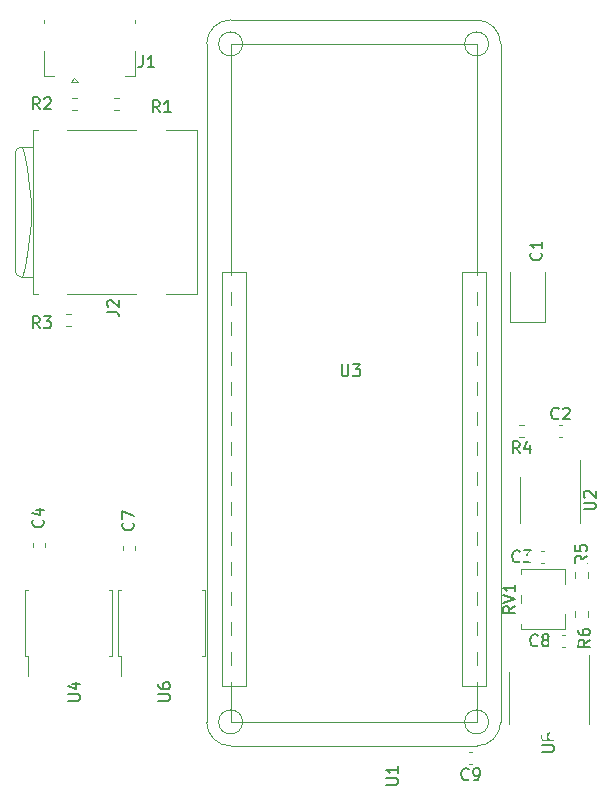
<source format=gto>
G04 #@! TF.GenerationSoftware,KiCad,Pcbnew,(5.1.10)-1*
G04 #@! TF.CreationDate,2022-08-09T16:59:48+02:00*
G04 #@! TF.ProjectId,gbCartridge,67624361-7274-4726-9964-67652e6b6963,rev?*
G04 #@! TF.SameCoordinates,Original*
G04 #@! TF.FileFunction,Legend,Top*
G04 #@! TF.FilePolarity,Positive*
%FSLAX46Y46*%
G04 Gerber Fmt 4.6, Leading zero omitted, Abs format (unit mm)*
G04 Created by KiCad (PCBNEW (5.1.10)-1) date 2022-08-09 16:59:48*
%MOMM*%
%LPD*%
G01*
G04 APERTURE LIST*
%ADD10C,0.120000*%
%ADD11C,0.150000*%
%ADD12C,1.524000*%
%ADD13R,1.600000X1.300000*%
%ADD14R,1.600000X2.000000*%
%ADD15R,1.500000X0.800000*%
%ADD16R,2.000000X1.450000*%
%ADD17R,0.875000X1.900000*%
%ADD18R,2.900000X1.900000*%
%ADD19R,0.400000X1.350000*%
%ADD20O,1.000000X1.900000*%
%ADD21O,1.050000X1.250000*%
%ADD22R,1.400000X6.000000*%
%ADD23R,1.000000X6.000000*%
G04 APERTURE END LIST*
D10*
X131558000Y-122094000D02*
X131558000Y-117884000D01*
X128538000Y-122094000D02*
X131558000Y-122094000D01*
X128538000Y-117884000D02*
X128538000Y-122094000D01*
X128441000Y-153924000D02*
X128441000Y-156124000D01*
X128441000Y-153924000D02*
X128441000Y-151724000D01*
X135211000Y-153924000D02*
X135211000Y-156124000D01*
X135211000Y-153924000D02*
X135211000Y-150324000D01*
X102770000Y-147574000D02*
X102770000Y-144814000D01*
X102770000Y-144814000D02*
X102495000Y-144814000D01*
X102770000Y-147574000D02*
X102770000Y-150334000D01*
X102770000Y-150334000D02*
X102495000Y-150334000D01*
X95350000Y-147574000D02*
X95350000Y-144814000D01*
X95350000Y-144814000D02*
X95625000Y-144814000D01*
X95350000Y-147574000D02*
X95350000Y-150334000D01*
X95350000Y-150334000D02*
X95625000Y-150334000D01*
X95625000Y-150334000D02*
X95625000Y-152024000D01*
X94896000Y-147574000D02*
X94896000Y-144814000D01*
X94896000Y-144814000D02*
X94621000Y-144814000D01*
X94896000Y-147574000D02*
X94896000Y-150334000D01*
X94896000Y-150334000D02*
X94621000Y-150334000D01*
X87476000Y-147574000D02*
X87476000Y-144814000D01*
X87476000Y-144814000D02*
X87751000Y-144814000D01*
X87476000Y-147574000D02*
X87476000Y-150334000D01*
X87476000Y-150334000D02*
X87751000Y-150334000D01*
X87751000Y-150334000D02*
X87751000Y-152024000D01*
X125730000Y-157988000D02*
X104902000Y-157988000D01*
X102870000Y-155956000D02*
X102870000Y-98552000D01*
X104902000Y-96520000D02*
X125730000Y-96520000D01*
X127762000Y-98552000D02*
X127762000Y-155956000D01*
X105918000Y-155956000D02*
G75*
G03*
X105918000Y-155956000I-1016000J0D01*
G01*
X126746000Y-155956000D02*
G75*
G03*
X126746000Y-155956000I-1016000J0D01*
G01*
X126746000Y-98552000D02*
G75*
G03*
X126746000Y-98552000I-1016000J0D01*
G01*
X105918000Y-98552000D02*
G75*
G03*
X105918000Y-98552000I-1016000J0D01*
G01*
X104902000Y-98552000D02*
X125730000Y-98552000D01*
X125730000Y-98552000D02*
X125730000Y-155956000D01*
X125730000Y-155956000D02*
X104902000Y-155956000D01*
X104902000Y-155956000D02*
X104902000Y-98552000D01*
X104140000Y-152908000D02*
X106172000Y-152908000D01*
X106172000Y-152908000D02*
X106172000Y-117856000D01*
X106172000Y-117856000D02*
X104140000Y-117856000D01*
X104140000Y-117856000D02*
X104140000Y-152908000D01*
X124460000Y-117856000D02*
X126492000Y-117856000D01*
X126492000Y-117856000D02*
X126492000Y-152908000D01*
X126492000Y-152908000D02*
X124460000Y-152908000D01*
X124460000Y-152908000D02*
X124460000Y-117856000D01*
X127762000Y-155956000D02*
G75*
G02*
X125730000Y-157988000I-2032000J0D01*
G01*
X102870000Y-98552000D02*
G75*
G02*
X104902000Y-96520000I2032000J0D01*
G01*
X104902000Y-157988000D02*
G75*
G02*
X102870000Y-155956000I0J2032000D01*
G01*
X125730000Y-96520000D02*
G75*
G02*
X127762000Y-98552000I0J-2032000D01*
G01*
X129393000Y-137195000D02*
X129393000Y-139145000D01*
X129393000Y-137195000D02*
X129393000Y-135245000D01*
X134513000Y-137195000D02*
X134513000Y-139145000D01*
X134513000Y-137195000D02*
X134513000Y-133745000D01*
X129448000Y-143402000D02*
X129448000Y-143022000D01*
X129448000Y-148062000D02*
X129448000Y-147682000D01*
X129448000Y-145902000D02*
X129448000Y-145182000D01*
X133188000Y-148062000D02*
X133188000Y-146782000D01*
X133188000Y-144302000D02*
X133188000Y-143022000D01*
X129448000Y-148062000D02*
X133188000Y-148062000D01*
X129448000Y-143022000D02*
X133188000Y-143022000D01*
X135142500Y-146574742D02*
X135142500Y-147049258D01*
X134097500Y-146574742D02*
X134097500Y-147049258D01*
X135142500Y-143272742D02*
X135142500Y-143747258D01*
X134097500Y-143272742D02*
X134097500Y-143747258D01*
X129777258Y-131840500D02*
X129302742Y-131840500D01*
X129777258Y-130795500D02*
X129302742Y-130795500D01*
X90948742Y-121397500D02*
X91423258Y-121397500D01*
X90948742Y-122442500D02*
X91423258Y-122442500D01*
X91456742Y-103109500D02*
X91931258Y-103109500D01*
X91456742Y-104154500D02*
X91931258Y-104154500D01*
X95487258Y-104154500D02*
X95012742Y-104154500D01*
X95487258Y-103109500D02*
X95012742Y-103109500D01*
X87370000Y-107776000D02*
X87270000Y-107276000D01*
X87670000Y-109076000D02*
X87370000Y-107776000D01*
X87870000Y-110576000D02*
X87670000Y-109076000D01*
X87970000Y-111876000D02*
X87870000Y-110576000D01*
X87970000Y-113676000D02*
X87970000Y-111876000D01*
X87870000Y-114976000D02*
X87970000Y-113676000D01*
X87770000Y-115776000D02*
X87870000Y-114976000D01*
X87470000Y-117476000D02*
X87770000Y-115776000D01*
X87270000Y-118276000D02*
X87470000Y-117476000D01*
X86670000Y-117776000D02*
X86670000Y-107776000D01*
X88170000Y-118276000D02*
X87170000Y-118276000D01*
X88170000Y-107276000D02*
X87170000Y-107276000D01*
X88170000Y-119686000D02*
X88170000Y-105866000D01*
X102090000Y-105866000D02*
X102090000Y-119686000D01*
X99390000Y-105866000D02*
X102090000Y-105866000D01*
X88170000Y-105866000D02*
X88570000Y-105866000D01*
X91090000Y-105866000D02*
X96870000Y-105866000D01*
X99390000Y-119686000D02*
X102090000Y-119686000D01*
X91090000Y-119686000D02*
X96870000Y-119686000D01*
X88170000Y-119686000D02*
X88570000Y-119686000D01*
X86670000Y-117776000D02*
G75*
G03*
X87170000Y-118276000I500000J0D01*
G01*
X87170000Y-107276000D02*
G75*
G03*
X86670000Y-107776000I0J-500000D01*
G01*
X91964000Y-101767800D02*
X91364000Y-101767800D01*
X91664000Y-101467800D02*
X91364000Y-101767800D01*
X91664000Y-101467800D02*
X91964000Y-101767800D01*
X96834000Y-101237800D02*
X95964000Y-101237800D01*
X89094000Y-101237800D02*
X89094000Y-99167800D01*
X96834000Y-101237800D02*
X96834000Y-99167800D01*
X89964000Y-101237800D02*
X89094000Y-101237800D01*
X89094000Y-96767800D02*
X89094000Y-96517800D01*
X96834000Y-96767800D02*
X96834000Y-96517800D01*
X125362580Y-159514000D02*
X125081420Y-159514000D01*
X125362580Y-158494000D02*
X125081420Y-158494000D01*
X132955420Y-148588000D02*
X133236580Y-148588000D01*
X132955420Y-149608000D02*
X133236580Y-149608000D01*
X95756000Y-141364580D02*
X95756000Y-141083420D01*
X96776000Y-141364580D02*
X96776000Y-141083420D01*
X88136000Y-141110580D02*
X88136000Y-140829420D01*
X89156000Y-141110580D02*
X89156000Y-140829420D01*
X131458580Y-142496000D02*
X131177420Y-142496000D01*
X131458580Y-141476000D02*
X131177420Y-141476000D01*
X132701420Y-130808000D02*
X132982580Y-130808000D01*
X132701420Y-131828000D02*
X132982580Y-131828000D01*
D11*
X131167142Y-116244666D02*
X131214761Y-116292285D01*
X131262380Y-116435142D01*
X131262380Y-116530380D01*
X131214761Y-116673238D01*
X131119523Y-116768476D01*
X131024285Y-116816095D01*
X130833809Y-116863714D01*
X130690952Y-116863714D01*
X130500476Y-116816095D01*
X130405238Y-116768476D01*
X130310000Y-116673238D01*
X130262380Y-116530380D01*
X130262380Y-116435142D01*
X130310000Y-116292285D01*
X130357619Y-116244666D01*
X131262380Y-115292285D02*
X131262380Y-115863714D01*
X131262380Y-115578000D02*
X130262380Y-115578000D01*
X130405238Y-115673238D01*
X130500476Y-115768476D01*
X130548095Y-115863714D01*
X131278380Y-158495904D02*
X132087904Y-158495904D01*
X132183142Y-158448285D01*
X132230761Y-158400666D01*
X132278380Y-158305428D01*
X132278380Y-158114952D01*
X132230761Y-158019714D01*
X132183142Y-157972095D01*
X132087904Y-157924476D01*
X131278380Y-157924476D01*
X131706952Y-157305428D02*
X131659333Y-157400666D01*
X131611714Y-157448285D01*
X131516476Y-157495904D01*
X131468857Y-157495904D01*
X131373619Y-157448285D01*
X131326000Y-157400666D01*
X131278380Y-157305428D01*
X131278380Y-157114952D01*
X131326000Y-157019714D01*
X131373619Y-156972095D01*
X131468857Y-156924476D01*
X131516476Y-156924476D01*
X131611714Y-156972095D01*
X131659333Y-157019714D01*
X131706952Y-157114952D01*
X131706952Y-157305428D01*
X131754571Y-157400666D01*
X131802190Y-157448285D01*
X131897428Y-157495904D01*
X132087904Y-157495904D01*
X132183142Y-157448285D01*
X132230761Y-157400666D01*
X132278380Y-157305428D01*
X132278380Y-157114952D01*
X132230761Y-157019714D01*
X132183142Y-156972095D01*
X132087904Y-156924476D01*
X131897428Y-156924476D01*
X131802190Y-156972095D01*
X131754571Y-157019714D01*
X131706952Y-157114952D01*
X98766380Y-154177904D02*
X99575904Y-154177904D01*
X99671142Y-154130285D01*
X99718761Y-154082666D01*
X99766380Y-153987428D01*
X99766380Y-153796952D01*
X99718761Y-153701714D01*
X99671142Y-153654095D01*
X99575904Y-153606476D01*
X98766380Y-153606476D01*
X98766380Y-152701714D02*
X98766380Y-152892190D01*
X98814000Y-152987428D01*
X98861619Y-153035047D01*
X99004476Y-153130285D01*
X99194952Y-153177904D01*
X99575904Y-153177904D01*
X99671142Y-153130285D01*
X99718761Y-153082666D01*
X99766380Y-152987428D01*
X99766380Y-152796952D01*
X99718761Y-152701714D01*
X99671142Y-152654095D01*
X99575904Y-152606476D01*
X99337809Y-152606476D01*
X99242571Y-152654095D01*
X99194952Y-152701714D01*
X99147333Y-152796952D01*
X99147333Y-152987428D01*
X99194952Y-153082666D01*
X99242571Y-153130285D01*
X99337809Y-153177904D01*
X91146380Y-154177904D02*
X91955904Y-154177904D01*
X92051142Y-154130285D01*
X92098761Y-154082666D01*
X92146380Y-153987428D01*
X92146380Y-153796952D01*
X92098761Y-153701714D01*
X92051142Y-153654095D01*
X91955904Y-153606476D01*
X91146380Y-153606476D01*
X91479714Y-152701714D02*
X92146380Y-152701714D01*
X91098761Y-152939809D02*
X91813047Y-153177904D01*
X91813047Y-152558857D01*
X114300095Y-125682380D02*
X114300095Y-126491904D01*
X114347714Y-126587142D01*
X114395333Y-126634761D01*
X114490571Y-126682380D01*
X114681047Y-126682380D01*
X114776285Y-126634761D01*
X114823904Y-126587142D01*
X114871523Y-126491904D01*
X114871523Y-125682380D01*
X115252476Y-125682380D02*
X115871523Y-125682380D01*
X115538190Y-126063333D01*
X115681047Y-126063333D01*
X115776285Y-126110952D01*
X115823904Y-126158571D01*
X115871523Y-126253809D01*
X115871523Y-126491904D01*
X115823904Y-126587142D01*
X115776285Y-126634761D01*
X115681047Y-126682380D01*
X115395333Y-126682380D01*
X115300095Y-126634761D01*
X115252476Y-126587142D01*
X134805380Y-137956904D02*
X135614904Y-137956904D01*
X135710142Y-137909285D01*
X135757761Y-137861666D01*
X135805380Y-137766428D01*
X135805380Y-137575952D01*
X135757761Y-137480714D01*
X135710142Y-137433095D01*
X135614904Y-137385476D01*
X134805380Y-137385476D01*
X134900619Y-136956904D02*
X134853000Y-136909285D01*
X134805380Y-136814047D01*
X134805380Y-136575952D01*
X134853000Y-136480714D01*
X134900619Y-136433095D01*
X134995857Y-136385476D01*
X135091095Y-136385476D01*
X135233952Y-136433095D01*
X135805380Y-137004523D01*
X135805380Y-136385476D01*
X128976380Y-146137238D02*
X128500190Y-146470571D01*
X128976380Y-146708666D02*
X127976380Y-146708666D01*
X127976380Y-146327714D01*
X128024000Y-146232476D01*
X128071619Y-146184857D01*
X128166857Y-146137238D01*
X128309714Y-146137238D01*
X128404952Y-146184857D01*
X128452571Y-146232476D01*
X128500190Y-146327714D01*
X128500190Y-146708666D01*
X127976380Y-145851523D02*
X128976380Y-145518190D01*
X127976380Y-145184857D01*
X128976380Y-144327714D02*
X128976380Y-144899142D01*
X128976380Y-144613428D02*
X127976380Y-144613428D01*
X128119238Y-144708666D01*
X128214476Y-144803904D01*
X128262095Y-144899142D01*
X135326380Y-149010666D02*
X134850190Y-149344000D01*
X135326380Y-149582095D02*
X134326380Y-149582095D01*
X134326380Y-149201142D01*
X134374000Y-149105904D01*
X134421619Y-149058285D01*
X134516857Y-149010666D01*
X134659714Y-149010666D01*
X134754952Y-149058285D01*
X134802571Y-149105904D01*
X134850190Y-149201142D01*
X134850190Y-149582095D01*
X134326380Y-148153523D02*
X134326380Y-148344000D01*
X134374000Y-148439238D01*
X134421619Y-148486857D01*
X134564476Y-148582095D01*
X134754952Y-148629714D01*
X135135904Y-148629714D01*
X135231142Y-148582095D01*
X135278761Y-148534476D01*
X135326380Y-148439238D01*
X135326380Y-148248761D01*
X135278761Y-148153523D01*
X135231142Y-148105904D01*
X135135904Y-148058285D01*
X134897809Y-148058285D01*
X134802571Y-148105904D01*
X134754952Y-148153523D01*
X134707333Y-148248761D01*
X134707333Y-148439238D01*
X134754952Y-148534476D01*
X134802571Y-148582095D01*
X134897809Y-148629714D01*
X135072380Y-141898666D02*
X134596190Y-142232000D01*
X135072380Y-142470095D02*
X134072380Y-142470095D01*
X134072380Y-142089142D01*
X134120000Y-141993904D01*
X134167619Y-141946285D01*
X134262857Y-141898666D01*
X134405714Y-141898666D01*
X134500952Y-141946285D01*
X134548571Y-141993904D01*
X134596190Y-142089142D01*
X134596190Y-142470095D01*
X134072380Y-140993904D02*
X134072380Y-141470095D01*
X134548571Y-141517714D01*
X134500952Y-141470095D01*
X134453333Y-141374857D01*
X134453333Y-141136761D01*
X134500952Y-141041523D01*
X134548571Y-140993904D01*
X134643809Y-140946285D01*
X134881904Y-140946285D01*
X134977142Y-140993904D01*
X135024761Y-141041523D01*
X135072380Y-141136761D01*
X135072380Y-141374857D01*
X135024761Y-141470095D01*
X134977142Y-141517714D01*
X129373333Y-133200380D02*
X129040000Y-132724190D01*
X128801904Y-133200380D02*
X128801904Y-132200380D01*
X129182857Y-132200380D01*
X129278095Y-132248000D01*
X129325714Y-132295619D01*
X129373333Y-132390857D01*
X129373333Y-132533714D01*
X129325714Y-132628952D01*
X129278095Y-132676571D01*
X129182857Y-132724190D01*
X128801904Y-132724190D01*
X130230476Y-132533714D02*
X130230476Y-133200380D01*
X129992380Y-132152761D02*
X129754285Y-132867047D01*
X130373333Y-132867047D01*
X88733333Y-122626380D02*
X88400000Y-122150190D01*
X88161904Y-122626380D02*
X88161904Y-121626380D01*
X88542857Y-121626380D01*
X88638095Y-121674000D01*
X88685714Y-121721619D01*
X88733333Y-121816857D01*
X88733333Y-121959714D01*
X88685714Y-122054952D01*
X88638095Y-122102571D01*
X88542857Y-122150190D01*
X88161904Y-122150190D01*
X89066666Y-121626380D02*
X89685714Y-121626380D01*
X89352380Y-122007333D01*
X89495238Y-122007333D01*
X89590476Y-122054952D01*
X89638095Y-122102571D01*
X89685714Y-122197809D01*
X89685714Y-122435904D01*
X89638095Y-122531142D01*
X89590476Y-122578761D01*
X89495238Y-122626380D01*
X89209523Y-122626380D01*
X89114285Y-122578761D01*
X89066666Y-122531142D01*
X88733333Y-104084380D02*
X88400000Y-103608190D01*
X88161904Y-104084380D02*
X88161904Y-103084380D01*
X88542857Y-103084380D01*
X88638095Y-103132000D01*
X88685714Y-103179619D01*
X88733333Y-103274857D01*
X88733333Y-103417714D01*
X88685714Y-103512952D01*
X88638095Y-103560571D01*
X88542857Y-103608190D01*
X88161904Y-103608190D01*
X89114285Y-103179619D02*
X89161904Y-103132000D01*
X89257142Y-103084380D01*
X89495238Y-103084380D01*
X89590476Y-103132000D01*
X89638095Y-103179619D01*
X89685714Y-103274857D01*
X89685714Y-103370095D01*
X89638095Y-103512952D01*
X89066666Y-104084380D01*
X89685714Y-104084380D01*
X98893333Y-104338380D02*
X98560000Y-103862190D01*
X98321904Y-104338380D02*
X98321904Y-103338380D01*
X98702857Y-103338380D01*
X98798095Y-103386000D01*
X98845714Y-103433619D01*
X98893333Y-103528857D01*
X98893333Y-103671714D01*
X98845714Y-103766952D01*
X98798095Y-103814571D01*
X98702857Y-103862190D01*
X98321904Y-103862190D01*
X99845714Y-104338380D02*
X99274285Y-104338380D01*
X99560000Y-104338380D02*
X99560000Y-103338380D01*
X99464761Y-103481238D01*
X99369523Y-103576476D01*
X99274285Y-103624095D01*
X94448380Y-121237333D02*
X95162666Y-121237333D01*
X95305523Y-121284952D01*
X95400761Y-121380190D01*
X95448380Y-121523047D01*
X95448380Y-121618285D01*
X94543619Y-120808761D02*
X94496000Y-120761142D01*
X94448380Y-120665904D01*
X94448380Y-120427809D01*
X94496000Y-120332571D01*
X94543619Y-120284952D01*
X94638857Y-120237333D01*
X94734095Y-120237333D01*
X94876952Y-120284952D01*
X95448380Y-120856380D01*
X95448380Y-120237333D01*
X97456666Y-99528380D02*
X97456666Y-100242666D01*
X97409047Y-100385523D01*
X97313809Y-100480761D01*
X97170952Y-100528380D01*
X97075714Y-100528380D01*
X98456666Y-100528380D02*
X97885238Y-100528380D01*
X98170952Y-100528380D02*
X98170952Y-99528380D01*
X98075714Y-99671238D01*
X97980476Y-99766476D01*
X97885238Y-99814095D01*
X125055333Y-160791142D02*
X125007714Y-160838761D01*
X124864857Y-160886380D01*
X124769619Y-160886380D01*
X124626761Y-160838761D01*
X124531523Y-160743523D01*
X124483904Y-160648285D01*
X124436285Y-160457809D01*
X124436285Y-160314952D01*
X124483904Y-160124476D01*
X124531523Y-160029238D01*
X124626761Y-159934000D01*
X124769619Y-159886380D01*
X124864857Y-159886380D01*
X125007714Y-159934000D01*
X125055333Y-159981619D01*
X125531523Y-160886380D02*
X125722000Y-160886380D01*
X125817238Y-160838761D01*
X125864857Y-160791142D01*
X125960095Y-160648285D01*
X126007714Y-160457809D01*
X126007714Y-160076857D01*
X125960095Y-159981619D01*
X125912476Y-159934000D01*
X125817238Y-159886380D01*
X125626761Y-159886380D01*
X125531523Y-159934000D01*
X125483904Y-159981619D01*
X125436285Y-160076857D01*
X125436285Y-160314952D01*
X125483904Y-160410190D01*
X125531523Y-160457809D01*
X125626761Y-160505428D01*
X125817238Y-160505428D01*
X125912476Y-160457809D01*
X125960095Y-160410190D01*
X126007714Y-160314952D01*
X130897333Y-149455142D02*
X130849714Y-149502761D01*
X130706857Y-149550380D01*
X130611619Y-149550380D01*
X130468761Y-149502761D01*
X130373523Y-149407523D01*
X130325904Y-149312285D01*
X130278285Y-149121809D01*
X130278285Y-148978952D01*
X130325904Y-148788476D01*
X130373523Y-148693238D01*
X130468761Y-148598000D01*
X130611619Y-148550380D01*
X130706857Y-148550380D01*
X130849714Y-148598000D01*
X130897333Y-148645619D01*
X131468761Y-148978952D02*
X131373523Y-148931333D01*
X131325904Y-148883714D01*
X131278285Y-148788476D01*
X131278285Y-148740857D01*
X131325904Y-148645619D01*
X131373523Y-148598000D01*
X131468761Y-148550380D01*
X131659238Y-148550380D01*
X131754476Y-148598000D01*
X131802095Y-148645619D01*
X131849714Y-148740857D01*
X131849714Y-148788476D01*
X131802095Y-148883714D01*
X131754476Y-148931333D01*
X131659238Y-148978952D01*
X131468761Y-148978952D01*
X131373523Y-149026571D01*
X131325904Y-149074190D01*
X131278285Y-149169428D01*
X131278285Y-149359904D01*
X131325904Y-149455142D01*
X131373523Y-149502761D01*
X131468761Y-149550380D01*
X131659238Y-149550380D01*
X131754476Y-149502761D01*
X131802095Y-149455142D01*
X131849714Y-149359904D01*
X131849714Y-149169428D01*
X131802095Y-149074190D01*
X131754476Y-149026571D01*
X131659238Y-148978952D01*
X96623142Y-139104666D02*
X96670761Y-139152285D01*
X96718380Y-139295142D01*
X96718380Y-139390380D01*
X96670761Y-139533238D01*
X96575523Y-139628476D01*
X96480285Y-139676095D01*
X96289809Y-139723714D01*
X96146952Y-139723714D01*
X95956476Y-139676095D01*
X95861238Y-139628476D01*
X95766000Y-139533238D01*
X95718380Y-139390380D01*
X95718380Y-139295142D01*
X95766000Y-139152285D01*
X95813619Y-139104666D01*
X95718380Y-138771333D02*
X95718380Y-138104666D01*
X96718380Y-138533238D01*
X89003142Y-138850666D02*
X89050761Y-138898285D01*
X89098380Y-139041142D01*
X89098380Y-139136380D01*
X89050761Y-139279238D01*
X88955523Y-139374476D01*
X88860285Y-139422095D01*
X88669809Y-139469714D01*
X88526952Y-139469714D01*
X88336476Y-139422095D01*
X88241238Y-139374476D01*
X88146000Y-139279238D01*
X88098380Y-139136380D01*
X88098380Y-139041142D01*
X88146000Y-138898285D01*
X88193619Y-138850666D01*
X88431714Y-137993523D02*
X89098380Y-137993523D01*
X88050761Y-138231619D02*
X88765047Y-138469714D01*
X88765047Y-137850666D01*
X129373333Y-142343142D02*
X129325714Y-142390761D01*
X129182857Y-142438380D01*
X129087619Y-142438380D01*
X128944761Y-142390761D01*
X128849523Y-142295523D01*
X128801904Y-142200285D01*
X128754285Y-142009809D01*
X128754285Y-141866952D01*
X128801904Y-141676476D01*
X128849523Y-141581238D01*
X128944761Y-141486000D01*
X129087619Y-141438380D01*
X129182857Y-141438380D01*
X129325714Y-141486000D01*
X129373333Y-141533619D01*
X129706666Y-141438380D02*
X130325714Y-141438380D01*
X129992380Y-141819333D01*
X130135238Y-141819333D01*
X130230476Y-141866952D01*
X130278095Y-141914571D01*
X130325714Y-142009809D01*
X130325714Y-142247904D01*
X130278095Y-142343142D01*
X130230476Y-142390761D01*
X130135238Y-142438380D01*
X129849523Y-142438380D01*
X129754285Y-142390761D01*
X129706666Y-142343142D01*
X132675333Y-130245142D02*
X132627714Y-130292761D01*
X132484857Y-130340380D01*
X132389619Y-130340380D01*
X132246761Y-130292761D01*
X132151523Y-130197523D01*
X132103904Y-130102285D01*
X132056285Y-129911809D01*
X132056285Y-129768952D01*
X132103904Y-129578476D01*
X132151523Y-129483238D01*
X132246761Y-129388000D01*
X132389619Y-129340380D01*
X132484857Y-129340380D01*
X132627714Y-129388000D01*
X132675333Y-129435619D01*
X133056285Y-129435619D02*
X133103904Y-129388000D01*
X133199142Y-129340380D01*
X133437238Y-129340380D01*
X133532476Y-129388000D01*
X133580095Y-129435619D01*
X133627714Y-129530857D01*
X133627714Y-129626095D01*
X133580095Y-129768952D01*
X133008666Y-130340380D01*
X133627714Y-130340380D01*
X118070380Y-161289904D02*
X118879904Y-161289904D01*
X118975142Y-161242285D01*
X119022761Y-161194666D01*
X119070380Y-161099428D01*
X119070380Y-160908952D01*
X119022761Y-160813714D01*
X118975142Y-160766095D01*
X118879904Y-160718476D01*
X118070380Y-160718476D01*
X119070380Y-159718476D02*
X119070380Y-160289904D01*
X119070380Y-160004190D02*
X118070380Y-160004190D01*
X118213238Y-160099428D01*
X118308476Y-160194666D01*
X118356095Y-160289904D01*
%LPC*%
G36*
G01*
X130973002Y-118759000D02*
X129122998Y-118759000D01*
G75*
G02*
X128873000Y-118509002I0J249998D01*
G01*
X128873000Y-117683998D01*
G75*
G02*
X129122998Y-117434000I249998J0D01*
G01*
X130973002Y-117434000D01*
G75*
G02*
X131223000Y-117683998I0J-249998D01*
G01*
X131223000Y-118509002D01*
G75*
G02*
X130973002Y-118759000I-249998J0D01*
G01*
G37*
G36*
G01*
X130973002Y-121834000D02*
X129122998Y-121834000D01*
G75*
G02*
X128873000Y-121584002I0J249998D01*
G01*
X128873000Y-120758998D01*
G75*
G02*
X129122998Y-120509000I249998J0D01*
G01*
X130973002Y-120509000D01*
G75*
G02*
X131223000Y-120758998I0J-249998D01*
G01*
X131223000Y-121584002D01*
G75*
G02*
X130973002Y-121834000I-249998J0D01*
G01*
G37*
G36*
G01*
X134651000Y-156049000D02*
X134851000Y-156049000D01*
G75*
G02*
X134951000Y-156149000I0J-100000D01*
G01*
X134951000Y-157424000D01*
G75*
G02*
X134851000Y-157524000I-100000J0D01*
G01*
X134651000Y-157524000D01*
G75*
G02*
X134551000Y-157424000I0J100000D01*
G01*
X134551000Y-156149000D01*
G75*
G02*
X134651000Y-156049000I100000J0D01*
G01*
G37*
G36*
G01*
X134001000Y-156049000D02*
X134201000Y-156049000D01*
G75*
G02*
X134301000Y-156149000I0J-100000D01*
G01*
X134301000Y-157424000D01*
G75*
G02*
X134201000Y-157524000I-100000J0D01*
G01*
X134001000Y-157524000D01*
G75*
G02*
X133901000Y-157424000I0J100000D01*
G01*
X133901000Y-156149000D01*
G75*
G02*
X134001000Y-156049000I100000J0D01*
G01*
G37*
G36*
G01*
X133351000Y-156049000D02*
X133551000Y-156049000D01*
G75*
G02*
X133651000Y-156149000I0J-100000D01*
G01*
X133651000Y-157424000D01*
G75*
G02*
X133551000Y-157524000I-100000J0D01*
G01*
X133351000Y-157524000D01*
G75*
G02*
X133251000Y-157424000I0J100000D01*
G01*
X133251000Y-156149000D01*
G75*
G02*
X133351000Y-156049000I100000J0D01*
G01*
G37*
G36*
G01*
X132701000Y-156049000D02*
X132901000Y-156049000D01*
G75*
G02*
X133001000Y-156149000I0J-100000D01*
G01*
X133001000Y-157424000D01*
G75*
G02*
X132901000Y-157524000I-100000J0D01*
G01*
X132701000Y-157524000D01*
G75*
G02*
X132601000Y-157424000I0J100000D01*
G01*
X132601000Y-156149000D01*
G75*
G02*
X132701000Y-156049000I100000J0D01*
G01*
G37*
G36*
G01*
X132051000Y-156049000D02*
X132251000Y-156049000D01*
G75*
G02*
X132351000Y-156149000I0J-100000D01*
G01*
X132351000Y-157424000D01*
G75*
G02*
X132251000Y-157524000I-100000J0D01*
G01*
X132051000Y-157524000D01*
G75*
G02*
X131951000Y-157424000I0J100000D01*
G01*
X131951000Y-156149000D01*
G75*
G02*
X132051000Y-156049000I100000J0D01*
G01*
G37*
G36*
G01*
X131401000Y-156049000D02*
X131601000Y-156049000D01*
G75*
G02*
X131701000Y-156149000I0J-100000D01*
G01*
X131701000Y-157424000D01*
G75*
G02*
X131601000Y-157524000I-100000J0D01*
G01*
X131401000Y-157524000D01*
G75*
G02*
X131301000Y-157424000I0J100000D01*
G01*
X131301000Y-156149000D01*
G75*
G02*
X131401000Y-156049000I100000J0D01*
G01*
G37*
G36*
G01*
X130751000Y-156049000D02*
X130951000Y-156049000D01*
G75*
G02*
X131051000Y-156149000I0J-100000D01*
G01*
X131051000Y-157424000D01*
G75*
G02*
X130951000Y-157524000I-100000J0D01*
G01*
X130751000Y-157524000D01*
G75*
G02*
X130651000Y-157424000I0J100000D01*
G01*
X130651000Y-156149000D01*
G75*
G02*
X130751000Y-156049000I100000J0D01*
G01*
G37*
G36*
G01*
X130101000Y-156049000D02*
X130301000Y-156049000D01*
G75*
G02*
X130401000Y-156149000I0J-100000D01*
G01*
X130401000Y-157424000D01*
G75*
G02*
X130301000Y-157524000I-100000J0D01*
G01*
X130101000Y-157524000D01*
G75*
G02*
X130001000Y-157424000I0J100000D01*
G01*
X130001000Y-156149000D01*
G75*
G02*
X130101000Y-156049000I100000J0D01*
G01*
G37*
G36*
G01*
X129451000Y-156049000D02*
X129651000Y-156049000D01*
G75*
G02*
X129751000Y-156149000I0J-100000D01*
G01*
X129751000Y-157424000D01*
G75*
G02*
X129651000Y-157524000I-100000J0D01*
G01*
X129451000Y-157524000D01*
G75*
G02*
X129351000Y-157424000I0J100000D01*
G01*
X129351000Y-156149000D01*
G75*
G02*
X129451000Y-156049000I100000J0D01*
G01*
G37*
G36*
G01*
X128801000Y-156049000D02*
X129001000Y-156049000D01*
G75*
G02*
X129101000Y-156149000I0J-100000D01*
G01*
X129101000Y-157424000D01*
G75*
G02*
X129001000Y-157524000I-100000J0D01*
G01*
X128801000Y-157524000D01*
G75*
G02*
X128701000Y-157424000I0J100000D01*
G01*
X128701000Y-156149000D01*
G75*
G02*
X128801000Y-156049000I100000J0D01*
G01*
G37*
G36*
G01*
X128801000Y-150324000D02*
X129001000Y-150324000D01*
G75*
G02*
X129101000Y-150424000I0J-100000D01*
G01*
X129101000Y-151699000D01*
G75*
G02*
X129001000Y-151799000I-100000J0D01*
G01*
X128801000Y-151799000D01*
G75*
G02*
X128701000Y-151699000I0J100000D01*
G01*
X128701000Y-150424000D01*
G75*
G02*
X128801000Y-150324000I100000J0D01*
G01*
G37*
G36*
G01*
X129451000Y-150324000D02*
X129651000Y-150324000D01*
G75*
G02*
X129751000Y-150424000I0J-100000D01*
G01*
X129751000Y-151699000D01*
G75*
G02*
X129651000Y-151799000I-100000J0D01*
G01*
X129451000Y-151799000D01*
G75*
G02*
X129351000Y-151699000I0J100000D01*
G01*
X129351000Y-150424000D01*
G75*
G02*
X129451000Y-150324000I100000J0D01*
G01*
G37*
G36*
G01*
X130101000Y-150324000D02*
X130301000Y-150324000D01*
G75*
G02*
X130401000Y-150424000I0J-100000D01*
G01*
X130401000Y-151699000D01*
G75*
G02*
X130301000Y-151799000I-100000J0D01*
G01*
X130101000Y-151799000D01*
G75*
G02*
X130001000Y-151699000I0J100000D01*
G01*
X130001000Y-150424000D01*
G75*
G02*
X130101000Y-150324000I100000J0D01*
G01*
G37*
G36*
G01*
X130751000Y-150324000D02*
X130951000Y-150324000D01*
G75*
G02*
X131051000Y-150424000I0J-100000D01*
G01*
X131051000Y-151699000D01*
G75*
G02*
X130951000Y-151799000I-100000J0D01*
G01*
X130751000Y-151799000D01*
G75*
G02*
X130651000Y-151699000I0J100000D01*
G01*
X130651000Y-150424000D01*
G75*
G02*
X130751000Y-150324000I100000J0D01*
G01*
G37*
G36*
G01*
X131401000Y-150324000D02*
X131601000Y-150324000D01*
G75*
G02*
X131701000Y-150424000I0J-100000D01*
G01*
X131701000Y-151699000D01*
G75*
G02*
X131601000Y-151799000I-100000J0D01*
G01*
X131401000Y-151799000D01*
G75*
G02*
X131301000Y-151699000I0J100000D01*
G01*
X131301000Y-150424000D01*
G75*
G02*
X131401000Y-150324000I100000J0D01*
G01*
G37*
G36*
G01*
X132051000Y-150324000D02*
X132251000Y-150324000D01*
G75*
G02*
X132351000Y-150424000I0J-100000D01*
G01*
X132351000Y-151699000D01*
G75*
G02*
X132251000Y-151799000I-100000J0D01*
G01*
X132051000Y-151799000D01*
G75*
G02*
X131951000Y-151699000I0J100000D01*
G01*
X131951000Y-150424000D01*
G75*
G02*
X132051000Y-150324000I100000J0D01*
G01*
G37*
G36*
G01*
X132701000Y-150324000D02*
X132901000Y-150324000D01*
G75*
G02*
X133001000Y-150424000I0J-100000D01*
G01*
X133001000Y-151699000D01*
G75*
G02*
X132901000Y-151799000I-100000J0D01*
G01*
X132701000Y-151799000D01*
G75*
G02*
X132601000Y-151699000I0J100000D01*
G01*
X132601000Y-150424000D01*
G75*
G02*
X132701000Y-150324000I100000J0D01*
G01*
G37*
G36*
G01*
X133351000Y-150324000D02*
X133551000Y-150324000D01*
G75*
G02*
X133651000Y-150424000I0J-100000D01*
G01*
X133651000Y-151699000D01*
G75*
G02*
X133551000Y-151799000I-100000J0D01*
G01*
X133351000Y-151799000D01*
G75*
G02*
X133251000Y-151699000I0J100000D01*
G01*
X133251000Y-150424000D01*
G75*
G02*
X133351000Y-150324000I100000J0D01*
G01*
G37*
G36*
G01*
X134001000Y-150324000D02*
X134201000Y-150324000D01*
G75*
G02*
X134301000Y-150424000I0J-100000D01*
G01*
X134301000Y-151699000D01*
G75*
G02*
X134201000Y-151799000I-100000J0D01*
G01*
X134001000Y-151799000D01*
G75*
G02*
X133901000Y-151699000I0J100000D01*
G01*
X133901000Y-150424000D01*
G75*
G02*
X134001000Y-150324000I100000J0D01*
G01*
G37*
G36*
G01*
X134651000Y-150324000D02*
X134851000Y-150324000D01*
G75*
G02*
X134951000Y-150424000I0J-100000D01*
G01*
X134951000Y-151699000D01*
G75*
G02*
X134851000Y-151799000I-100000J0D01*
G01*
X134651000Y-151799000D01*
G75*
G02*
X134551000Y-151699000I0J100000D01*
G01*
X134551000Y-150424000D01*
G75*
G02*
X134651000Y-150324000I100000J0D01*
G01*
G37*
G36*
G01*
X96260000Y-145024000D02*
X96010000Y-145024000D01*
G75*
G02*
X95885000Y-144899000I0J125000D01*
G01*
X95885000Y-143249000D01*
G75*
G02*
X96010000Y-143124000I125000J0D01*
G01*
X96260000Y-143124000D01*
G75*
G02*
X96385000Y-143249000I0J-125000D01*
G01*
X96385000Y-144899000D01*
G75*
G02*
X96260000Y-145024000I-125000J0D01*
G01*
G37*
G36*
G01*
X96910000Y-145024000D02*
X96660000Y-145024000D01*
G75*
G02*
X96535000Y-144899000I0J125000D01*
G01*
X96535000Y-143249000D01*
G75*
G02*
X96660000Y-143124000I125000J0D01*
G01*
X96910000Y-143124000D01*
G75*
G02*
X97035000Y-143249000I0J-125000D01*
G01*
X97035000Y-144899000D01*
G75*
G02*
X96910000Y-145024000I-125000J0D01*
G01*
G37*
G36*
G01*
X97560000Y-145024000D02*
X97310000Y-145024000D01*
G75*
G02*
X97185000Y-144899000I0J125000D01*
G01*
X97185000Y-143249000D01*
G75*
G02*
X97310000Y-143124000I125000J0D01*
G01*
X97560000Y-143124000D01*
G75*
G02*
X97685000Y-143249000I0J-125000D01*
G01*
X97685000Y-144899000D01*
G75*
G02*
X97560000Y-145024000I-125000J0D01*
G01*
G37*
G36*
G01*
X98210000Y-145024000D02*
X97960000Y-145024000D01*
G75*
G02*
X97835000Y-144899000I0J125000D01*
G01*
X97835000Y-143249000D01*
G75*
G02*
X97960000Y-143124000I125000J0D01*
G01*
X98210000Y-143124000D01*
G75*
G02*
X98335000Y-143249000I0J-125000D01*
G01*
X98335000Y-144899000D01*
G75*
G02*
X98210000Y-145024000I-125000J0D01*
G01*
G37*
G36*
G01*
X98860000Y-145024000D02*
X98610000Y-145024000D01*
G75*
G02*
X98485000Y-144899000I0J125000D01*
G01*
X98485000Y-143249000D01*
G75*
G02*
X98610000Y-143124000I125000J0D01*
G01*
X98860000Y-143124000D01*
G75*
G02*
X98985000Y-143249000I0J-125000D01*
G01*
X98985000Y-144899000D01*
G75*
G02*
X98860000Y-145024000I-125000J0D01*
G01*
G37*
G36*
G01*
X99510000Y-145024000D02*
X99260000Y-145024000D01*
G75*
G02*
X99135000Y-144899000I0J125000D01*
G01*
X99135000Y-143249000D01*
G75*
G02*
X99260000Y-143124000I125000J0D01*
G01*
X99510000Y-143124000D01*
G75*
G02*
X99635000Y-143249000I0J-125000D01*
G01*
X99635000Y-144899000D01*
G75*
G02*
X99510000Y-145024000I-125000J0D01*
G01*
G37*
G36*
G01*
X100160000Y-145024000D02*
X99910000Y-145024000D01*
G75*
G02*
X99785000Y-144899000I0J125000D01*
G01*
X99785000Y-143249000D01*
G75*
G02*
X99910000Y-143124000I125000J0D01*
G01*
X100160000Y-143124000D01*
G75*
G02*
X100285000Y-143249000I0J-125000D01*
G01*
X100285000Y-144899000D01*
G75*
G02*
X100160000Y-145024000I-125000J0D01*
G01*
G37*
G36*
G01*
X100810000Y-145024000D02*
X100560000Y-145024000D01*
G75*
G02*
X100435000Y-144899000I0J125000D01*
G01*
X100435000Y-143249000D01*
G75*
G02*
X100560000Y-143124000I125000J0D01*
G01*
X100810000Y-143124000D01*
G75*
G02*
X100935000Y-143249000I0J-125000D01*
G01*
X100935000Y-144899000D01*
G75*
G02*
X100810000Y-145024000I-125000J0D01*
G01*
G37*
G36*
G01*
X101460000Y-145024000D02*
X101210000Y-145024000D01*
G75*
G02*
X101085000Y-144899000I0J125000D01*
G01*
X101085000Y-143249000D01*
G75*
G02*
X101210000Y-143124000I125000J0D01*
G01*
X101460000Y-143124000D01*
G75*
G02*
X101585000Y-143249000I0J-125000D01*
G01*
X101585000Y-144899000D01*
G75*
G02*
X101460000Y-145024000I-125000J0D01*
G01*
G37*
G36*
G01*
X102110000Y-145024000D02*
X101860000Y-145024000D01*
G75*
G02*
X101735000Y-144899000I0J125000D01*
G01*
X101735000Y-143249000D01*
G75*
G02*
X101860000Y-143124000I125000J0D01*
G01*
X102110000Y-143124000D01*
G75*
G02*
X102235000Y-143249000I0J-125000D01*
G01*
X102235000Y-144899000D01*
G75*
G02*
X102110000Y-145024000I-125000J0D01*
G01*
G37*
G36*
G01*
X102110000Y-152024000D02*
X101860000Y-152024000D01*
G75*
G02*
X101735000Y-151899000I0J125000D01*
G01*
X101735000Y-150249000D01*
G75*
G02*
X101860000Y-150124000I125000J0D01*
G01*
X102110000Y-150124000D01*
G75*
G02*
X102235000Y-150249000I0J-125000D01*
G01*
X102235000Y-151899000D01*
G75*
G02*
X102110000Y-152024000I-125000J0D01*
G01*
G37*
G36*
G01*
X101460000Y-152024000D02*
X101210000Y-152024000D01*
G75*
G02*
X101085000Y-151899000I0J125000D01*
G01*
X101085000Y-150249000D01*
G75*
G02*
X101210000Y-150124000I125000J0D01*
G01*
X101460000Y-150124000D01*
G75*
G02*
X101585000Y-150249000I0J-125000D01*
G01*
X101585000Y-151899000D01*
G75*
G02*
X101460000Y-152024000I-125000J0D01*
G01*
G37*
G36*
G01*
X100810000Y-152024000D02*
X100560000Y-152024000D01*
G75*
G02*
X100435000Y-151899000I0J125000D01*
G01*
X100435000Y-150249000D01*
G75*
G02*
X100560000Y-150124000I125000J0D01*
G01*
X100810000Y-150124000D01*
G75*
G02*
X100935000Y-150249000I0J-125000D01*
G01*
X100935000Y-151899000D01*
G75*
G02*
X100810000Y-152024000I-125000J0D01*
G01*
G37*
G36*
G01*
X100160000Y-152024000D02*
X99910000Y-152024000D01*
G75*
G02*
X99785000Y-151899000I0J125000D01*
G01*
X99785000Y-150249000D01*
G75*
G02*
X99910000Y-150124000I125000J0D01*
G01*
X100160000Y-150124000D01*
G75*
G02*
X100285000Y-150249000I0J-125000D01*
G01*
X100285000Y-151899000D01*
G75*
G02*
X100160000Y-152024000I-125000J0D01*
G01*
G37*
G36*
G01*
X99510000Y-152024000D02*
X99260000Y-152024000D01*
G75*
G02*
X99135000Y-151899000I0J125000D01*
G01*
X99135000Y-150249000D01*
G75*
G02*
X99260000Y-150124000I125000J0D01*
G01*
X99510000Y-150124000D01*
G75*
G02*
X99635000Y-150249000I0J-125000D01*
G01*
X99635000Y-151899000D01*
G75*
G02*
X99510000Y-152024000I-125000J0D01*
G01*
G37*
G36*
G01*
X98860000Y-152024000D02*
X98610000Y-152024000D01*
G75*
G02*
X98485000Y-151899000I0J125000D01*
G01*
X98485000Y-150249000D01*
G75*
G02*
X98610000Y-150124000I125000J0D01*
G01*
X98860000Y-150124000D01*
G75*
G02*
X98985000Y-150249000I0J-125000D01*
G01*
X98985000Y-151899000D01*
G75*
G02*
X98860000Y-152024000I-125000J0D01*
G01*
G37*
G36*
G01*
X98210000Y-152024000D02*
X97960000Y-152024000D01*
G75*
G02*
X97835000Y-151899000I0J125000D01*
G01*
X97835000Y-150249000D01*
G75*
G02*
X97960000Y-150124000I125000J0D01*
G01*
X98210000Y-150124000D01*
G75*
G02*
X98335000Y-150249000I0J-125000D01*
G01*
X98335000Y-151899000D01*
G75*
G02*
X98210000Y-152024000I-125000J0D01*
G01*
G37*
G36*
G01*
X97560000Y-152024000D02*
X97310000Y-152024000D01*
G75*
G02*
X97185000Y-151899000I0J125000D01*
G01*
X97185000Y-150249000D01*
G75*
G02*
X97310000Y-150124000I125000J0D01*
G01*
X97560000Y-150124000D01*
G75*
G02*
X97685000Y-150249000I0J-125000D01*
G01*
X97685000Y-151899000D01*
G75*
G02*
X97560000Y-152024000I-125000J0D01*
G01*
G37*
G36*
G01*
X96910000Y-152024000D02*
X96660000Y-152024000D01*
G75*
G02*
X96535000Y-151899000I0J125000D01*
G01*
X96535000Y-150249000D01*
G75*
G02*
X96660000Y-150124000I125000J0D01*
G01*
X96910000Y-150124000D01*
G75*
G02*
X97035000Y-150249000I0J-125000D01*
G01*
X97035000Y-151899000D01*
G75*
G02*
X96910000Y-152024000I-125000J0D01*
G01*
G37*
G36*
G01*
X96260000Y-152024000D02*
X96010000Y-152024000D01*
G75*
G02*
X95885000Y-151899000I0J125000D01*
G01*
X95885000Y-150249000D01*
G75*
G02*
X96010000Y-150124000I125000J0D01*
G01*
X96260000Y-150124000D01*
G75*
G02*
X96385000Y-150249000I0J-125000D01*
G01*
X96385000Y-151899000D01*
G75*
G02*
X96260000Y-152024000I-125000J0D01*
G01*
G37*
G36*
G01*
X88386000Y-145024000D02*
X88136000Y-145024000D01*
G75*
G02*
X88011000Y-144899000I0J125000D01*
G01*
X88011000Y-143249000D01*
G75*
G02*
X88136000Y-143124000I125000J0D01*
G01*
X88386000Y-143124000D01*
G75*
G02*
X88511000Y-143249000I0J-125000D01*
G01*
X88511000Y-144899000D01*
G75*
G02*
X88386000Y-145024000I-125000J0D01*
G01*
G37*
G36*
G01*
X89036000Y-145024000D02*
X88786000Y-145024000D01*
G75*
G02*
X88661000Y-144899000I0J125000D01*
G01*
X88661000Y-143249000D01*
G75*
G02*
X88786000Y-143124000I125000J0D01*
G01*
X89036000Y-143124000D01*
G75*
G02*
X89161000Y-143249000I0J-125000D01*
G01*
X89161000Y-144899000D01*
G75*
G02*
X89036000Y-145024000I-125000J0D01*
G01*
G37*
G36*
G01*
X89686000Y-145024000D02*
X89436000Y-145024000D01*
G75*
G02*
X89311000Y-144899000I0J125000D01*
G01*
X89311000Y-143249000D01*
G75*
G02*
X89436000Y-143124000I125000J0D01*
G01*
X89686000Y-143124000D01*
G75*
G02*
X89811000Y-143249000I0J-125000D01*
G01*
X89811000Y-144899000D01*
G75*
G02*
X89686000Y-145024000I-125000J0D01*
G01*
G37*
G36*
G01*
X90336000Y-145024000D02*
X90086000Y-145024000D01*
G75*
G02*
X89961000Y-144899000I0J125000D01*
G01*
X89961000Y-143249000D01*
G75*
G02*
X90086000Y-143124000I125000J0D01*
G01*
X90336000Y-143124000D01*
G75*
G02*
X90461000Y-143249000I0J-125000D01*
G01*
X90461000Y-144899000D01*
G75*
G02*
X90336000Y-145024000I-125000J0D01*
G01*
G37*
G36*
G01*
X90986000Y-145024000D02*
X90736000Y-145024000D01*
G75*
G02*
X90611000Y-144899000I0J125000D01*
G01*
X90611000Y-143249000D01*
G75*
G02*
X90736000Y-143124000I125000J0D01*
G01*
X90986000Y-143124000D01*
G75*
G02*
X91111000Y-143249000I0J-125000D01*
G01*
X91111000Y-144899000D01*
G75*
G02*
X90986000Y-145024000I-125000J0D01*
G01*
G37*
G36*
G01*
X91636000Y-145024000D02*
X91386000Y-145024000D01*
G75*
G02*
X91261000Y-144899000I0J125000D01*
G01*
X91261000Y-143249000D01*
G75*
G02*
X91386000Y-143124000I125000J0D01*
G01*
X91636000Y-143124000D01*
G75*
G02*
X91761000Y-143249000I0J-125000D01*
G01*
X91761000Y-144899000D01*
G75*
G02*
X91636000Y-145024000I-125000J0D01*
G01*
G37*
G36*
G01*
X92286000Y-145024000D02*
X92036000Y-145024000D01*
G75*
G02*
X91911000Y-144899000I0J125000D01*
G01*
X91911000Y-143249000D01*
G75*
G02*
X92036000Y-143124000I125000J0D01*
G01*
X92286000Y-143124000D01*
G75*
G02*
X92411000Y-143249000I0J-125000D01*
G01*
X92411000Y-144899000D01*
G75*
G02*
X92286000Y-145024000I-125000J0D01*
G01*
G37*
G36*
G01*
X92936000Y-145024000D02*
X92686000Y-145024000D01*
G75*
G02*
X92561000Y-144899000I0J125000D01*
G01*
X92561000Y-143249000D01*
G75*
G02*
X92686000Y-143124000I125000J0D01*
G01*
X92936000Y-143124000D01*
G75*
G02*
X93061000Y-143249000I0J-125000D01*
G01*
X93061000Y-144899000D01*
G75*
G02*
X92936000Y-145024000I-125000J0D01*
G01*
G37*
G36*
G01*
X93586000Y-145024000D02*
X93336000Y-145024000D01*
G75*
G02*
X93211000Y-144899000I0J125000D01*
G01*
X93211000Y-143249000D01*
G75*
G02*
X93336000Y-143124000I125000J0D01*
G01*
X93586000Y-143124000D01*
G75*
G02*
X93711000Y-143249000I0J-125000D01*
G01*
X93711000Y-144899000D01*
G75*
G02*
X93586000Y-145024000I-125000J0D01*
G01*
G37*
G36*
G01*
X94236000Y-145024000D02*
X93986000Y-145024000D01*
G75*
G02*
X93861000Y-144899000I0J125000D01*
G01*
X93861000Y-143249000D01*
G75*
G02*
X93986000Y-143124000I125000J0D01*
G01*
X94236000Y-143124000D01*
G75*
G02*
X94361000Y-143249000I0J-125000D01*
G01*
X94361000Y-144899000D01*
G75*
G02*
X94236000Y-145024000I-125000J0D01*
G01*
G37*
G36*
G01*
X94236000Y-152024000D02*
X93986000Y-152024000D01*
G75*
G02*
X93861000Y-151899000I0J125000D01*
G01*
X93861000Y-150249000D01*
G75*
G02*
X93986000Y-150124000I125000J0D01*
G01*
X94236000Y-150124000D01*
G75*
G02*
X94361000Y-150249000I0J-125000D01*
G01*
X94361000Y-151899000D01*
G75*
G02*
X94236000Y-152024000I-125000J0D01*
G01*
G37*
G36*
G01*
X93586000Y-152024000D02*
X93336000Y-152024000D01*
G75*
G02*
X93211000Y-151899000I0J125000D01*
G01*
X93211000Y-150249000D01*
G75*
G02*
X93336000Y-150124000I125000J0D01*
G01*
X93586000Y-150124000D01*
G75*
G02*
X93711000Y-150249000I0J-125000D01*
G01*
X93711000Y-151899000D01*
G75*
G02*
X93586000Y-152024000I-125000J0D01*
G01*
G37*
G36*
G01*
X92936000Y-152024000D02*
X92686000Y-152024000D01*
G75*
G02*
X92561000Y-151899000I0J125000D01*
G01*
X92561000Y-150249000D01*
G75*
G02*
X92686000Y-150124000I125000J0D01*
G01*
X92936000Y-150124000D01*
G75*
G02*
X93061000Y-150249000I0J-125000D01*
G01*
X93061000Y-151899000D01*
G75*
G02*
X92936000Y-152024000I-125000J0D01*
G01*
G37*
G36*
G01*
X92286000Y-152024000D02*
X92036000Y-152024000D01*
G75*
G02*
X91911000Y-151899000I0J125000D01*
G01*
X91911000Y-150249000D01*
G75*
G02*
X92036000Y-150124000I125000J0D01*
G01*
X92286000Y-150124000D01*
G75*
G02*
X92411000Y-150249000I0J-125000D01*
G01*
X92411000Y-151899000D01*
G75*
G02*
X92286000Y-152024000I-125000J0D01*
G01*
G37*
G36*
G01*
X91636000Y-152024000D02*
X91386000Y-152024000D01*
G75*
G02*
X91261000Y-151899000I0J125000D01*
G01*
X91261000Y-150249000D01*
G75*
G02*
X91386000Y-150124000I125000J0D01*
G01*
X91636000Y-150124000D01*
G75*
G02*
X91761000Y-150249000I0J-125000D01*
G01*
X91761000Y-151899000D01*
G75*
G02*
X91636000Y-152024000I-125000J0D01*
G01*
G37*
G36*
G01*
X90986000Y-152024000D02*
X90736000Y-152024000D01*
G75*
G02*
X90611000Y-151899000I0J125000D01*
G01*
X90611000Y-150249000D01*
G75*
G02*
X90736000Y-150124000I125000J0D01*
G01*
X90986000Y-150124000D01*
G75*
G02*
X91111000Y-150249000I0J-125000D01*
G01*
X91111000Y-151899000D01*
G75*
G02*
X90986000Y-152024000I-125000J0D01*
G01*
G37*
G36*
G01*
X90336000Y-152024000D02*
X90086000Y-152024000D01*
G75*
G02*
X89961000Y-151899000I0J125000D01*
G01*
X89961000Y-150249000D01*
G75*
G02*
X90086000Y-150124000I125000J0D01*
G01*
X90336000Y-150124000D01*
G75*
G02*
X90461000Y-150249000I0J-125000D01*
G01*
X90461000Y-151899000D01*
G75*
G02*
X90336000Y-152024000I-125000J0D01*
G01*
G37*
G36*
G01*
X89686000Y-152024000D02*
X89436000Y-152024000D01*
G75*
G02*
X89311000Y-151899000I0J125000D01*
G01*
X89311000Y-150249000D01*
G75*
G02*
X89436000Y-150124000I125000J0D01*
G01*
X89686000Y-150124000D01*
G75*
G02*
X89811000Y-150249000I0J-125000D01*
G01*
X89811000Y-151899000D01*
G75*
G02*
X89686000Y-152024000I-125000J0D01*
G01*
G37*
G36*
G01*
X89036000Y-152024000D02*
X88786000Y-152024000D01*
G75*
G02*
X88661000Y-151899000I0J125000D01*
G01*
X88661000Y-150249000D01*
G75*
G02*
X88786000Y-150124000I125000J0D01*
G01*
X89036000Y-150124000D01*
G75*
G02*
X89161000Y-150249000I0J-125000D01*
G01*
X89161000Y-151899000D01*
G75*
G02*
X89036000Y-152024000I-125000J0D01*
G01*
G37*
G36*
G01*
X88386000Y-152024000D02*
X88136000Y-152024000D01*
G75*
G02*
X88011000Y-151899000I0J125000D01*
G01*
X88011000Y-150249000D01*
G75*
G02*
X88136000Y-150124000I125000J0D01*
G01*
X88386000Y-150124000D01*
G75*
G02*
X88511000Y-150249000I0J-125000D01*
G01*
X88511000Y-151899000D01*
G75*
G02*
X88386000Y-152024000I-125000J0D01*
G01*
G37*
D12*
X108966000Y-156972000D03*
X111506000Y-156972000D03*
X114046000Y-156972000D03*
X116586000Y-156972000D03*
X119126000Y-156972000D03*
X121666000Y-156972000D03*
X108966000Y-154432000D03*
X111506000Y-154432000D03*
X114046000Y-154432000D03*
X116586000Y-154432000D03*
X119126000Y-154432000D03*
X121666000Y-154432000D03*
X122936000Y-131572000D03*
X122936000Y-129032000D03*
X122936000Y-126492000D03*
X122936000Y-123952000D03*
X122936000Y-121412000D03*
X122936000Y-118872000D03*
X107696000Y-123952000D03*
X107696000Y-121412000D03*
X107696000Y-118872000D03*
X125476000Y-118872000D03*
X125476000Y-121412000D03*
X125476000Y-123952000D03*
X125476000Y-126492000D03*
X125476000Y-129032000D03*
X125476000Y-131572000D03*
X125476000Y-134112000D03*
X125476000Y-136652000D03*
X125476000Y-139192000D03*
X125476000Y-141732000D03*
X125476000Y-144272000D03*
X125476000Y-146812000D03*
X125476000Y-149352000D03*
X125476000Y-151892000D03*
X105156000Y-151892000D03*
X105156000Y-149352000D03*
X105156000Y-146812000D03*
X105156000Y-144272000D03*
X105156000Y-141732000D03*
X105156000Y-139192000D03*
X105156000Y-136652000D03*
X105156000Y-134112000D03*
X105156000Y-131572000D03*
X105156000Y-129032000D03*
X105156000Y-126492000D03*
X105156000Y-123952000D03*
X105156000Y-121412000D03*
X105156000Y-118872000D03*
G36*
G01*
X133708000Y-138895000D02*
X134008000Y-138895000D01*
G75*
G02*
X134158000Y-139045000I0J-150000D01*
G01*
X134158000Y-140495000D01*
G75*
G02*
X134008000Y-140645000I-150000J0D01*
G01*
X133708000Y-140645000D01*
G75*
G02*
X133558000Y-140495000I0J150000D01*
G01*
X133558000Y-139045000D01*
G75*
G02*
X133708000Y-138895000I150000J0D01*
G01*
G37*
G36*
G01*
X132438000Y-138895000D02*
X132738000Y-138895000D01*
G75*
G02*
X132888000Y-139045000I0J-150000D01*
G01*
X132888000Y-140495000D01*
G75*
G02*
X132738000Y-140645000I-150000J0D01*
G01*
X132438000Y-140645000D01*
G75*
G02*
X132288000Y-140495000I0J150000D01*
G01*
X132288000Y-139045000D01*
G75*
G02*
X132438000Y-138895000I150000J0D01*
G01*
G37*
G36*
G01*
X131168000Y-138895000D02*
X131468000Y-138895000D01*
G75*
G02*
X131618000Y-139045000I0J-150000D01*
G01*
X131618000Y-140495000D01*
G75*
G02*
X131468000Y-140645000I-150000J0D01*
G01*
X131168000Y-140645000D01*
G75*
G02*
X131018000Y-140495000I0J150000D01*
G01*
X131018000Y-139045000D01*
G75*
G02*
X131168000Y-138895000I150000J0D01*
G01*
G37*
G36*
G01*
X129898000Y-138895000D02*
X130198000Y-138895000D01*
G75*
G02*
X130348000Y-139045000I0J-150000D01*
G01*
X130348000Y-140495000D01*
G75*
G02*
X130198000Y-140645000I-150000J0D01*
G01*
X129898000Y-140645000D01*
G75*
G02*
X129748000Y-140495000I0J150000D01*
G01*
X129748000Y-139045000D01*
G75*
G02*
X129898000Y-138895000I150000J0D01*
G01*
G37*
G36*
G01*
X129898000Y-133745000D02*
X130198000Y-133745000D01*
G75*
G02*
X130348000Y-133895000I0J-150000D01*
G01*
X130348000Y-135345000D01*
G75*
G02*
X130198000Y-135495000I-150000J0D01*
G01*
X129898000Y-135495000D01*
G75*
G02*
X129748000Y-135345000I0J150000D01*
G01*
X129748000Y-133895000D01*
G75*
G02*
X129898000Y-133745000I150000J0D01*
G01*
G37*
G36*
G01*
X131168000Y-133745000D02*
X131468000Y-133745000D01*
G75*
G02*
X131618000Y-133895000I0J-150000D01*
G01*
X131618000Y-135345000D01*
G75*
G02*
X131468000Y-135495000I-150000J0D01*
G01*
X131168000Y-135495000D01*
G75*
G02*
X131018000Y-135345000I0J150000D01*
G01*
X131018000Y-133895000D01*
G75*
G02*
X131168000Y-133745000I150000J0D01*
G01*
G37*
G36*
G01*
X132438000Y-133745000D02*
X132738000Y-133745000D01*
G75*
G02*
X132888000Y-133895000I0J-150000D01*
G01*
X132888000Y-135345000D01*
G75*
G02*
X132738000Y-135495000I-150000J0D01*
G01*
X132438000Y-135495000D01*
G75*
G02*
X132288000Y-135345000I0J150000D01*
G01*
X132288000Y-133895000D01*
G75*
G02*
X132438000Y-133745000I150000J0D01*
G01*
G37*
G36*
G01*
X133708000Y-133745000D02*
X134008000Y-133745000D01*
G75*
G02*
X134158000Y-133895000I0J-150000D01*
G01*
X134158000Y-135345000D01*
G75*
G02*
X134008000Y-135495000I-150000J0D01*
G01*
X133708000Y-135495000D01*
G75*
G02*
X133558000Y-135345000I0J150000D01*
G01*
X133558000Y-133895000D01*
G75*
G02*
X133708000Y-133745000I150000J0D01*
G01*
G37*
D13*
X129868000Y-146792000D03*
D14*
X132768000Y-145542000D03*
D13*
X129868000Y-144292000D03*
G36*
G01*
X134345000Y-147237000D02*
X134895000Y-147237000D01*
G75*
G02*
X135095000Y-147437000I0J-200000D01*
G01*
X135095000Y-147837000D01*
G75*
G02*
X134895000Y-148037000I-200000J0D01*
G01*
X134345000Y-148037000D01*
G75*
G02*
X134145000Y-147837000I0J200000D01*
G01*
X134145000Y-147437000D01*
G75*
G02*
X134345000Y-147237000I200000J0D01*
G01*
G37*
G36*
G01*
X134345000Y-145587000D02*
X134895000Y-145587000D01*
G75*
G02*
X135095000Y-145787000I0J-200000D01*
G01*
X135095000Y-146187000D01*
G75*
G02*
X134895000Y-146387000I-200000J0D01*
G01*
X134345000Y-146387000D01*
G75*
G02*
X134145000Y-146187000I0J200000D01*
G01*
X134145000Y-145787000D01*
G75*
G02*
X134345000Y-145587000I200000J0D01*
G01*
G37*
G36*
G01*
X134345000Y-143935000D02*
X134895000Y-143935000D01*
G75*
G02*
X135095000Y-144135000I0J-200000D01*
G01*
X135095000Y-144535000D01*
G75*
G02*
X134895000Y-144735000I-200000J0D01*
G01*
X134345000Y-144735000D01*
G75*
G02*
X134145000Y-144535000I0J200000D01*
G01*
X134145000Y-144135000D01*
G75*
G02*
X134345000Y-143935000I200000J0D01*
G01*
G37*
G36*
G01*
X134345000Y-142285000D02*
X134895000Y-142285000D01*
G75*
G02*
X135095000Y-142485000I0J-200000D01*
G01*
X135095000Y-142885000D01*
G75*
G02*
X134895000Y-143085000I-200000J0D01*
G01*
X134345000Y-143085000D01*
G75*
G02*
X134145000Y-142885000I0J200000D01*
G01*
X134145000Y-142485000D01*
G75*
G02*
X134345000Y-142285000I200000J0D01*
G01*
G37*
G36*
G01*
X129115000Y-131043000D02*
X129115000Y-131593000D01*
G75*
G02*
X128915000Y-131793000I-200000J0D01*
G01*
X128515000Y-131793000D01*
G75*
G02*
X128315000Y-131593000I0J200000D01*
G01*
X128315000Y-131043000D01*
G75*
G02*
X128515000Y-130843000I200000J0D01*
G01*
X128915000Y-130843000D01*
G75*
G02*
X129115000Y-131043000I0J-200000D01*
G01*
G37*
G36*
G01*
X130765000Y-131043000D02*
X130765000Y-131593000D01*
G75*
G02*
X130565000Y-131793000I-200000J0D01*
G01*
X130165000Y-131793000D01*
G75*
G02*
X129965000Y-131593000I0J200000D01*
G01*
X129965000Y-131043000D01*
G75*
G02*
X130165000Y-130843000I200000J0D01*
G01*
X130565000Y-130843000D01*
G75*
G02*
X130765000Y-131043000I0J-200000D01*
G01*
G37*
G36*
G01*
X91611000Y-122195000D02*
X91611000Y-121645000D01*
G75*
G02*
X91811000Y-121445000I200000J0D01*
G01*
X92211000Y-121445000D01*
G75*
G02*
X92411000Y-121645000I0J-200000D01*
G01*
X92411000Y-122195000D01*
G75*
G02*
X92211000Y-122395000I-200000J0D01*
G01*
X91811000Y-122395000D01*
G75*
G02*
X91611000Y-122195000I0J200000D01*
G01*
G37*
G36*
G01*
X89961000Y-122195000D02*
X89961000Y-121645000D01*
G75*
G02*
X90161000Y-121445000I200000J0D01*
G01*
X90561000Y-121445000D01*
G75*
G02*
X90761000Y-121645000I0J-200000D01*
G01*
X90761000Y-122195000D01*
G75*
G02*
X90561000Y-122395000I-200000J0D01*
G01*
X90161000Y-122395000D01*
G75*
G02*
X89961000Y-122195000I0J200000D01*
G01*
G37*
G36*
G01*
X92119000Y-103907000D02*
X92119000Y-103357000D01*
G75*
G02*
X92319000Y-103157000I200000J0D01*
G01*
X92719000Y-103157000D01*
G75*
G02*
X92919000Y-103357000I0J-200000D01*
G01*
X92919000Y-103907000D01*
G75*
G02*
X92719000Y-104107000I-200000J0D01*
G01*
X92319000Y-104107000D01*
G75*
G02*
X92119000Y-103907000I0J200000D01*
G01*
G37*
G36*
G01*
X90469000Y-103907000D02*
X90469000Y-103357000D01*
G75*
G02*
X90669000Y-103157000I200000J0D01*
G01*
X91069000Y-103157000D01*
G75*
G02*
X91269000Y-103357000I0J-200000D01*
G01*
X91269000Y-103907000D01*
G75*
G02*
X91069000Y-104107000I-200000J0D01*
G01*
X90669000Y-104107000D01*
G75*
G02*
X90469000Y-103907000I0J200000D01*
G01*
G37*
G36*
G01*
X94825000Y-103357000D02*
X94825000Y-103907000D01*
G75*
G02*
X94625000Y-104107000I-200000J0D01*
G01*
X94225000Y-104107000D01*
G75*
G02*
X94025000Y-103907000I0J200000D01*
G01*
X94025000Y-103357000D01*
G75*
G02*
X94225000Y-103157000I200000J0D01*
G01*
X94625000Y-103157000D01*
G75*
G02*
X94825000Y-103357000I0J-200000D01*
G01*
G37*
G36*
G01*
X96475000Y-103357000D02*
X96475000Y-103907000D01*
G75*
G02*
X96275000Y-104107000I-200000J0D01*
G01*
X95875000Y-104107000D01*
G75*
G02*
X95675000Y-103907000I0J200000D01*
G01*
X95675000Y-103357000D01*
G75*
G02*
X95875000Y-103157000I200000J0D01*
G01*
X96275000Y-103157000D01*
G75*
G02*
X96475000Y-103357000I0J-200000D01*
G01*
G37*
D15*
X92430000Y-115976000D03*
X92430000Y-114876000D03*
X92430000Y-113776000D03*
X92430000Y-112676000D03*
X92430000Y-111576000D03*
X92430000Y-110476000D03*
X92430000Y-109376000D03*
X92430000Y-108276000D03*
D16*
X98130000Y-105901000D03*
X98130000Y-119651000D03*
X89830000Y-119651000D03*
X89830000Y-105901000D03*
D17*
X96701500Y-97967800D03*
X89226500Y-97967800D03*
D18*
X92964000Y-97967800D03*
D19*
X92314000Y-100642800D03*
D20*
X88789000Y-97967800D03*
X97139000Y-97967800D03*
D21*
X90739000Y-100967800D03*
D19*
X91664000Y-100642800D03*
X92964000Y-100642800D03*
X93614000Y-100642800D03*
X94264000Y-100642800D03*
D21*
X95189000Y-100967800D03*
G36*
G01*
X124897000Y-158754000D02*
X124897000Y-159254000D01*
G75*
G02*
X124672000Y-159479000I-225000J0D01*
G01*
X124222000Y-159479000D01*
G75*
G02*
X123997000Y-159254000I0J225000D01*
G01*
X123997000Y-158754000D01*
G75*
G02*
X124222000Y-158529000I225000J0D01*
G01*
X124672000Y-158529000D01*
G75*
G02*
X124897000Y-158754000I0J-225000D01*
G01*
G37*
G36*
G01*
X126447000Y-158754000D02*
X126447000Y-159254000D01*
G75*
G02*
X126222000Y-159479000I-225000J0D01*
G01*
X125772000Y-159479000D01*
G75*
G02*
X125547000Y-159254000I0J225000D01*
G01*
X125547000Y-158754000D01*
G75*
G02*
X125772000Y-158529000I225000J0D01*
G01*
X126222000Y-158529000D01*
G75*
G02*
X126447000Y-158754000I0J-225000D01*
G01*
G37*
G36*
G01*
X133421000Y-149348000D02*
X133421000Y-148848000D01*
G75*
G02*
X133646000Y-148623000I225000J0D01*
G01*
X134096000Y-148623000D01*
G75*
G02*
X134321000Y-148848000I0J-225000D01*
G01*
X134321000Y-149348000D01*
G75*
G02*
X134096000Y-149573000I-225000J0D01*
G01*
X133646000Y-149573000D01*
G75*
G02*
X133421000Y-149348000I0J225000D01*
G01*
G37*
G36*
G01*
X131871000Y-149348000D02*
X131871000Y-148848000D01*
G75*
G02*
X132096000Y-148623000I225000J0D01*
G01*
X132546000Y-148623000D01*
G75*
G02*
X132771000Y-148848000I0J-225000D01*
G01*
X132771000Y-149348000D01*
G75*
G02*
X132546000Y-149573000I-225000J0D01*
G01*
X132096000Y-149573000D01*
G75*
G02*
X131871000Y-149348000I0J225000D01*
G01*
G37*
G36*
G01*
X96516000Y-140899000D02*
X96016000Y-140899000D01*
G75*
G02*
X95791000Y-140674000I0J225000D01*
G01*
X95791000Y-140224000D01*
G75*
G02*
X96016000Y-139999000I225000J0D01*
G01*
X96516000Y-139999000D01*
G75*
G02*
X96741000Y-140224000I0J-225000D01*
G01*
X96741000Y-140674000D01*
G75*
G02*
X96516000Y-140899000I-225000J0D01*
G01*
G37*
G36*
G01*
X96516000Y-142449000D02*
X96016000Y-142449000D01*
G75*
G02*
X95791000Y-142224000I0J225000D01*
G01*
X95791000Y-141774000D01*
G75*
G02*
X96016000Y-141549000I225000J0D01*
G01*
X96516000Y-141549000D01*
G75*
G02*
X96741000Y-141774000I0J-225000D01*
G01*
X96741000Y-142224000D01*
G75*
G02*
X96516000Y-142449000I-225000J0D01*
G01*
G37*
G36*
G01*
X88896000Y-140645000D02*
X88396000Y-140645000D01*
G75*
G02*
X88171000Y-140420000I0J225000D01*
G01*
X88171000Y-139970000D01*
G75*
G02*
X88396000Y-139745000I225000J0D01*
G01*
X88896000Y-139745000D01*
G75*
G02*
X89121000Y-139970000I0J-225000D01*
G01*
X89121000Y-140420000D01*
G75*
G02*
X88896000Y-140645000I-225000J0D01*
G01*
G37*
G36*
G01*
X88896000Y-142195000D02*
X88396000Y-142195000D01*
G75*
G02*
X88171000Y-141970000I0J225000D01*
G01*
X88171000Y-141520000D01*
G75*
G02*
X88396000Y-141295000I225000J0D01*
G01*
X88896000Y-141295000D01*
G75*
G02*
X89121000Y-141520000I0J-225000D01*
G01*
X89121000Y-141970000D01*
G75*
G02*
X88896000Y-142195000I-225000J0D01*
G01*
G37*
G36*
G01*
X130993000Y-141736000D02*
X130993000Y-142236000D01*
G75*
G02*
X130768000Y-142461000I-225000J0D01*
G01*
X130318000Y-142461000D01*
G75*
G02*
X130093000Y-142236000I0J225000D01*
G01*
X130093000Y-141736000D01*
G75*
G02*
X130318000Y-141511000I225000J0D01*
G01*
X130768000Y-141511000D01*
G75*
G02*
X130993000Y-141736000I0J-225000D01*
G01*
G37*
G36*
G01*
X132543000Y-141736000D02*
X132543000Y-142236000D01*
G75*
G02*
X132318000Y-142461000I-225000J0D01*
G01*
X131868000Y-142461000D01*
G75*
G02*
X131643000Y-142236000I0J225000D01*
G01*
X131643000Y-141736000D01*
G75*
G02*
X131868000Y-141511000I225000J0D01*
G01*
X132318000Y-141511000D01*
G75*
G02*
X132543000Y-141736000I0J-225000D01*
G01*
G37*
G36*
G01*
X133167000Y-131568000D02*
X133167000Y-131068000D01*
G75*
G02*
X133392000Y-130843000I225000J0D01*
G01*
X133842000Y-130843000D01*
G75*
G02*
X134067000Y-131068000I0J-225000D01*
G01*
X134067000Y-131568000D01*
G75*
G02*
X133842000Y-131793000I-225000J0D01*
G01*
X133392000Y-131793000D01*
G75*
G02*
X133167000Y-131568000I0J225000D01*
G01*
G37*
G36*
G01*
X131617000Y-131568000D02*
X131617000Y-131068000D01*
G75*
G02*
X131842000Y-130843000I225000J0D01*
G01*
X132292000Y-130843000D01*
G75*
G02*
X132517000Y-131068000I0J-225000D01*
G01*
X132517000Y-131568000D01*
G75*
G02*
X132292000Y-131793000I-225000J0D01*
G01*
X131842000Y-131793000D01*
G75*
G02*
X131617000Y-131568000I0J225000D01*
G01*
G37*
D22*
X134690000Y-165100000D03*
D23*
X132990000Y-165100000D03*
X131490000Y-165100000D03*
X129990000Y-165100000D03*
X128490000Y-165100000D03*
X126990000Y-165100000D03*
X125490000Y-165100000D03*
X123990000Y-165100000D03*
X122490000Y-165100000D03*
X120990000Y-165100000D03*
X119490000Y-165100000D03*
X117990000Y-165100000D03*
X116490000Y-165100000D03*
X114990000Y-165100000D03*
X113490000Y-165100000D03*
X111990000Y-165100000D03*
X110490000Y-165100000D03*
X108990000Y-165100000D03*
X107490000Y-165100000D03*
X105990000Y-165100000D03*
X104490000Y-165100000D03*
X102990000Y-165100000D03*
X101490000Y-165100000D03*
X99990000Y-165100000D03*
X98490000Y-165100000D03*
X96990000Y-165100000D03*
X95490000Y-165100000D03*
X93990000Y-165100000D03*
X92490000Y-165100000D03*
X90990000Y-165100000D03*
X89490000Y-165100000D03*
D22*
X87790000Y-165100000D03*
M02*

</source>
